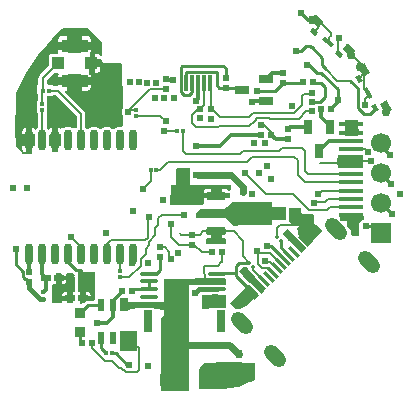
<source format=gbl>
G04 Layer: BottomLayer*
G04 EasyEDA v6.5.22, 2023-01-25 14:37:09*
G04 a2e63df7a23446a2ae1eb019cd18a306,9a4ed40c0dd746429eaf55b84663d2fb,10*
G04 Gerber Generator version 0.2*
G04 Scale: 100 percent, Rotated: No, Reflected: No *
G04 Dimensions in inches *
G04 leading zeros omitted , absolute positions ,3 integer and 6 decimal *
%FSLAX36Y36*%
%MOIN*%

%AMMACRO1*21,1,$1,$2,0,0,$3*%
%AMMACRO2*1,1,$1,$2,$3*1,1,$1,$4,$5*20,1,$1,$2,$3,$4,$5,0*%
%ADD10C,0.0150*%
%ADD11C,0.0070*%
%ADD12C,0.0084*%
%ADD13C,0.0060*%
%ADD14C,0.0080*%
%ADD15C,0.0160*%
%ADD16C,0.0140*%
%ADD17C,0.0120*%
%ADD18C,0.0100*%
%ADD19C,0.0220*%
%ADD20C,0.0244*%
%ADD21C,0.0124*%
%ADD22C,0.0090*%
%ADD23C,0.0083*%
%ADD24C,0.0143*%
%ADD25MACRO1,0.0118X0.0512X0.0000*%
%ADD26MACRO1,0.0118X0.0787X-90.0000*%
%ADD27R,0.0213X0.0223*%
%ADD28MACRO1,0.0213X0.0223X0.0000*%
%ADD29MACRO1,0.0213X0.0223X-90.0000*%
%ADD30MACRO1,0.0213X0.0223X90.0000*%
%ADD31R,0.0128X0.0119*%
%ADD32MACRO1,0.0128X0.0119X0.0000*%
%ADD33MACRO1,0.0128X0.0119X90.0000*%
%ADD34R,0.0128X0.0145*%
%ADD35MACRO1,0.0128X0.0145X0.0000*%
%ADD36MACRO1,0.0128X0.0145X-90.0000*%
%ADD37MACRO1,0.0128X0.0119X-135.0000*%
%ADD38MACRO1,0.0128X0.0119X45.0032*%
%ADD39MACRO1,0.0394X0.0236X-90.0000*%
%ADD40MACRO1,0.0709X0.0276X-90.0000*%
%ADD41O,0.059054999999999996X0.015747999999999998*%
%ADD42MACRO1,0.0118X0.0433X-134.9931*%
%ADD43MACRO1,0.0118X0.0433X-135.0103*%
%ADD44MACRO1,0.0118X0.0433X-134.9966*%
%ADD45MACRO1,0.0119X0.0433X-134.9966*%
%ADD46MACRO1,0.0118X0.0433X-135.0034*%
%ADD47MACRO1,0.0118X0.0433X-135.0000*%
%ADD48MACRO1,0.0119X0.0433X-135.0000*%
%ADD49MACRO1,0.0118X0.0433X-135.0069*%
%ADD50MACRO1,0.0119X0.0433X-134.9932*%
%ADD51MACRO1,0.0492X0.0276X90.0000*%
%ADD52MACRO1,0.0128X0.0119X-90.0000*%
%ADD53MACRO1,0.0213X0.0311X-90.0000*%
%ADD54MACRO1,0.0213X0.0311X90.0000*%
%ADD55R,0.0213X0.0311*%
%ADD56MACRO1,0.0213X0.0311X0.0000*%
%ADD57MACRO1,0.0315X0.0315X0.0000*%
%ADD58MACRO1,0.0866X0.0433X0.0000*%
%ADD59MACRO1,0.0413X0.0394X90.0000*%
%ADD60MACRO1,0.0394X0.0217X90.0000*%
%ADD61MACRO1,0.0492X0.0276X0.0000*%
%ADD62O,0.027559X0.069803*%
%ADD63MACRO1,0.0265X0.062X90.0000*%
%ADD64MACRO1,0.0236X0.0157X-59.9997*%
%ADD65MACRO1,0.0394X0.0138X-60.0004*%
%ADD66MACRO1,0.0374X0.0252X-59.9999*%
%ADD67MACRO1,0.0236X0.0157X-41.9989*%
%ADD68MACRO1,0.0236X0.0157X-42.0006*%
%ADD69MACRO1,0.0394X0.0138X-42.0000*%
%ADD70MACRO1,0.0374X0.0252X-41.9992*%
%ADD71MACRO1,0.0374X0.0252X-42.0003*%
%ADD72MACRO2,0.0472X-0.0139X0.0139X0.0139X-0.0139*%
%ADD73C,0.0295*%
%ADD74R,0.0669X0.0669*%
%ADD75C,0.0669*%
%ADD76C,0.0240*%
%ADD77C,0.0152*%

%LPD*%
G36*
X602060Y378620D02*
G01*
X600960Y378760D01*
X598760Y379400D01*
X595420Y379720D01*
X577420Y379720D01*
X575880Y380000D01*
X574580Y380880D01*
X573720Y382180D01*
X573420Y383720D01*
X573420Y384640D01*
X563900Y384640D01*
X562360Y384920D01*
X561060Y385820D01*
X560200Y387100D01*
X559900Y388640D01*
X559920Y391560D01*
X560220Y393060D01*
X561100Y394360D01*
X562400Y395240D01*
X563920Y395520D01*
X573420Y395520D01*
X573420Y412180D01*
X564080Y412180D01*
X562540Y412480D01*
X561240Y413360D01*
X560380Y414680D01*
X560080Y416220D01*
X560100Y419120D01*
X560420Y420640D01*
X561280Y421920D01*
X562580Y422800D01*
X564100Y423100D01*
X573420Y423100D01*
X573420Y428320D01*
X573720Y429840D01*
X574580Y431120D01*
X575860Y432000D01*
X577380Y432299D01*
X613740Y432640D01*
X615300Y432360D01*
X616600Y431480D01*
X617480Y430180D01*
X617780Y428640D01*
X617780Y423100D01*
X628280Y423100D01*
X629700Y422819D01*
X630940Y422060D01*
X631820Y420920D01*
X632240Y419540D01*
X632580Y416640D01*
X632420Y414960D01*
X631600Y413519D01*
X630240Y412540D01*
X628620Y412180D01*
X617780Y412180D01*
X617780Y395520D01*
X631480Y395520D01*
X632900Y395280D01*
X634140Y394520D01*
X635040Y393360D01*
X635460Y392000D01*
X635800Y389099D01*
X635640Y387400D01*
X634820Y385959D01*
X633460Y384960D01*
X631820Y384640D01*
X617780Y384640D01*
X617780Y382620D01*
X617480Y381079D01*
X616620Y379780D01*
X615320Y378940D01*
X613780Y378620D01*
G37*

%LPD*%
G36*
X-397400Y325180D02*
G01*
X-398940Y325500D01*
X-400240Y326380D01*
X-401100Y327660D01*
X-401400Y329180D01*
X-401400Y345860D01*
X-407340Y345860D01*
X-408880Y346200D01*
X-410160Y347040D01*
X-411040Y348360D01*
X-411340Y349880D01*
X-411340Y381780D01*
X-411040Y383320D01*
X-410160Y384600D01*
X-408880Y385480D01*
X-407340Y385760D01*
X-401400Y385760D01*
X-401400Y408960D01*
X-405120Y407020D01*
X-408240Y404580D01*
X-410660Y401980D01*
X-411940Y401040D01*
X-413480Y400680D01*
X-415060Y400940D01*
X-416380Y401820D01*
X-417280Y403120D01*
X-417600Y404680D01*
X-417600Y408800D01*
X-417879Y409480D01*
X-418860Y410480D01*
X-419739Y411780D01*
X-420040Y413300D01*
X-420040Y451019D01*
X-419880Y452100D01*
X-418860Y454020D01*
X-418100Y456200D01*
X-417819Y458680D01*
X-417819Y472740D01*
X-418180Y476100D01*
X-418160Y477340D01*
X-417819Y480280D01*
X-417819Y494320D01*
X-418100Y496820D01*
X-418860Y498960D01*
X-419880Y500880D01*
X-420040Y502000D01*
X-420040Y509640D01*
X-419739Y511140D01*
X-418860Y512440D01*
X-417560Y513320D01*
X-416040Y513620D01*
X-404480Y513620D01*
X-401980Y513920D01*
X-399840Y514660D01*
X-397860Y515700D01*
X-396760Y515860D01*
X-390980Y515860D01*
X-389460Y515560D01*
X-388160Y514700D01*
X-320780Y447299D01*
X-319900Y446019D01*
X-319600Y444480D01*
X-319600Y409180D01*
X-319900Y407660D01*
X-320780Y406380D01*
X-322060Y405500D01*
X-323600Y405180D01*
X-331900Y405180D01*
X-333200Y405420D01*
X-334360Y406060D01*
X-335600Y407020D01*
X-339080Y408900D01*
X-342819Y410180D01*
X-346719Y410840D01*
X-350680Y410840D01*
X-354600Y410180D01*
X-358340Y408900D01*
X-361820Y407020D01*
X-363060Y406060D01*
X-364219Y405420D01*
X-365520Y405180D01*
X-369200Y405180D01*
X-370620Y404360D01*
X-372200Y403620D01*
X-373940Y403620D01*
X-375520Y404360D01*
X-378900Y407020D01*
X-382620Y408960D01*
X-382620Y385760D01*
X-376680Y385760D01*
X-375160Y385480D01*
X-373860Y384600D01*
X-373000Y383320D01*
X-372680Y381780D01*
X-372680Y349880D01*
X-373000Y348360D01*
X-373860Y347040D01*
X-375160Y346200D01*
X-376680Y345860D01*
X-382620Y345860D01*
X-382620Y329180D01*
X-382920Y327660D01*
X-383800Y326380D01*
X-385100Y325500D01*
X-386620Y325180D01*
G37*

%LPD*%
G36*
X-498880Y319500D02*
G01*
X-500620Y319900D01*
X-502000Y321000D01*
X-522060Y345860D01*
X-522700Y346980D01*
X-522939Y348220D01*
X-524700Y397540D01*
X-522000Y497960D01*
X-521840Y524840D01*
X-521480Y526440D01*
X-520340Y528960D01*
X-510000Y549760D01*
X-498980Y570240D01*
X-487280Y590300D01*
X-474900Y609940D01*
X-461900Y629180D01*
X-448240Y647980D01*
X-433980Y666320D01*
X-419099Y684160D01*
X-403640Y701500D01*
X-387600Y718319D01*
X-371019Y734580D01*
X-368440Y736960D01*
X-367200Y737740D01*
X-365740Y737980D01*
X-283760Y737980D01*
X-282220Y737680D01*
X-280920Y736840D01*
X-237060Y692960D01*
X-236180Y691640D01*
X-235880Y690120D01*
X-235880Y650540D01*
X-236240Y648880D01*
X-237280Y647500D01*
X-238780Y646680D01*
X-240479Y646600D01*
X-242079Y647200D01*
X-243460Y648720D01*
X-245080Y650320D01*
X-247000Y651560D01*
X-249140Y652280D01*
X-251640Y652580D01*
X-258760Y652580D01*
X-258760Y634520D01*
X-239700Y634520D01*
X-238280Y634280D01*
X-237040Y633540D01*
X-236160Y632400D01*
X-235720Y631040D01*
X-235560Y629720D01*
X-234740Y627540D01*
X-233340Y625500D01*
X-232160Y624320D01*
X-230740Y623260D01*
X-228560Y622280D01*
X-225620Y621820D01*
X-172079Y621820D01*
X-170560Y621520D01*
X-169280Y620680D01*
X-168400Y619380D01*
X-168080Y617860D01*
X-166740Y473020D01*
X-167120Y471300D01*
X-168840Y467600D01*
X-169840Y463840D01*
X-170180Y459980D01*
X-169840Y456140D01*
X-168840Y452400D01*
X-166680Y447819D01*
X-166500Y446659D01*
X-166200Y414360D01*
X-166560Y412680D01*
X-167600Y411280D01*
X-169120Y410480D01*
X-170859Y410379D01*
X-173500Y410840D01*
X-177460Y410840D01*
X-181360Y410180D01*
X-185100Y408900D01*
X-188580Y407020D01*
X-191820Y404460D01*
X-193120Y403540D01*
X-194660Y403180D01*
X-199259Y403020D01*
X-200920Y403360D01*
X-205680Y407020D01*
X-209160Y408900D01*
X-212900Y410180D01*
X-216800Y410840D01*
X-220760Y410840D01*
X-224660Y410180D01*
X-228420Y408900D01*
X-231900Y407020D01*
X-235020Y404580D01*
X-236200Y403300D01*
X-237540Y402340D01*
X-239160Y402000D01*
X-241720Y402000D01*
X-243340Y402340D01*
X-244680Y403300D01*
X-245859Y404580D01*
X-248980Y407020D01*
X-252460Y408900D01*
X-256200Y410180D01*
X-260120Y410840D01*
X-264080Y410840D01*
X-267980Y410180D01*
X-271720Y408900D01*
X-275200Y407020D01*
X-277580Y405160D01*
X-278940Y403940D01*
X-279520Y403300D01*
X-280860Y402340D01*
X-282460Y402000D01*
X-284600Y402000D01*
X-286140Y402299D01*
X-288440Y403800D01*
X-289780Y405100D01*
X-290700Y406420D01*
X-291020Y407980D01*
X-291020Y452020D01*
X-291300Y455040D01*
X-292120Y457720D01*
X-293460Y460180D01*
X-295360Y462540D01*
X-356800Y523960D01*
X-357660Y525280D01*
X-357960Y526800D01*
X-357660Y528340D01*
X-356800Y529600D01*
X-355500Y530480D01*
X-353960Y530800D01*
X-351340Y530800D01*
X-351340Y549320D01*
X-380920Y549320D01*
X-381760Y547880D01*
X-383100Y546920D01*
X-384700Y546600D01*
X-396840Y546600D01*
X-398380Y546900D01*
X-399680Y547780D01*
X-402320Y550440D01*
X-403000Y550680D01*
X-414739Y550680D01*
X-416260Y551020D01*
X-417560Y551860D01*
X-418440Y553180D01*
X-418740Y554700D01*
X-418740Y564300D01*
X-418440Y565840D01*
X-417560Y567140D01*
X-395020Y589680D01*
X-393720Y590520D01*
X-392200Y590840D01*
X-384420Y590840D01*
X-382780Y590480D01*
X-381440Y589520D01*
X-380600Y588040D01*
X-380439Y586400D01*
X-380700Y584080D01*
X-380700Y575960D01*
X-351340Y575960D01*
X-351340Y582020D01*
X-351040Y583560D01*
X-350160Y584860D01*
X-348860Y585700D01*
X-347320Y586020D01*
X-307020Y585680D01*
X-305480Y585380D01*
X-304200Y584520D01*
X-303340Y583200D01*
X-303040Y581680D01*
X-303040Y575960D01*
X-284180Y575960D01*
X-282800Y575720D01*
X-281600Y575040D01*
X-280700Y573940D01*
X-280220Y572620D01*
X-280100Y571880D01*
X-279720Y573620D01*
X-278840Y574880D01*
X-277560Y575680D01*
X-276080Y575960D01*
X-273680Y575960D01*
X-273680Y582820D01*
X-275340Y582820D01*
X-276920Y583160D01*
X-278240Y584080D01*
X-279100Y585460D01*
X-279340Y587020D01*
X-275920Y656780D01*
X-275580Y658199D01*
X-274740Y659400D01*
X-273680Y660120D01*
X-273680Y667420D01*
X-303040Y667420D01*
X-303040Y661080D01*
X-303340Y659539D01*
X-304200Y658259D01*
X-305500Y657400D01*
X-307020Y657080D01*
X-347340Y656960D01*
X-348880Y657240D01*
X-350180Y658139D01*
X-351040Y659419D01*
X-351360Y660939D01*
X-351360Y667420D01*
X-380700Y667420D01*
X-380700Y659340D01*
X-380500Y657500D01*
X-380660Y655860D01*
X-381460Y654419D01*
X-382780Y653420D01*
X-384400Y653060D01*
X-403140Y652720D01*
X-405260Y652280D01*
X-407400Y651560D01*
X-409320Y650320D01*
X-410940Y648720D01*
X-412160Y646800D01*
X-412900Y644640D01*
X-413180Y642159D01*
X-413180Y613780D01*
X-413500Y612240D01*
X-414360Y610940D01*
X-443120Y582200D01*
X-445020Y579880D01*
X-446360Y577400D01*
X-447180Y574700D01*
X-447460Y571700D01*
X-447460Y557040D01*
X-447540Y556260D01*
X-450560Y540800D01*
X-450959Y539700D01*
X-452120Y538180D01*
X-452200Y537800D01*
X-452200Y523380D01*
X-450800Y521180D01*
X-450500Y519660D01*
X-450500Y498040D01*
X-450980Y494320D01*
X-450980Y480280D01*
X-450620Y476880D01*
X-450640Y475680D01*
X-450980Y472740D01*
X-450980Y458680D01*
X-450500Y454940D01*
X-450500Y407280D01*
X-450780Y405840D01*
X-451560Y404560D01*
X-454040Y401880D01*
X-455360Y400920D01*
X-456980Y400600D01*
X-458579Y400920D01*
X-459920Y401880D01*
X-462400Y404580D01*
X-465520Y407020D01*
X-469240Y408960D01*
X-469240Y385760D01*
X-463300Y385760D01*
X-461760Y385480D01*
X-460480Y384600D01*
X-459600Y383320D01*
X-459300Y381780D01*
X-459300Y349880D01*
X-459600Y348360D01*
X-460480Y347040D01*
X-461760Y346200D01*
X-463300Y345860D01*
X-469240Y345860D01*
X-469240Y323500D01*
X-469540Y321980D01*
X-470400Y320680D01*
X-471700Y319800D01*
X-473240Y319500D01*
X-484020Y319500D01*
X-485540Y319800D01*
X-486840Y320680D01*
X-487720Y321980D01*
X-488020Y323500D01*
X-488020Y345860D01*
X-502600Y345860D01*
X-502600Y344880D01*
X-502260Y340760D01*
X-501300Y336920D01*
X-499700Y333320D01*
X-497540Y329980D01*
X-494860Y327060D01*
X-494320Y326640D01*
X-493260Y325420D01*
X-492800Y323820D01*
X-493000Y322220D01*
X-493840Y320800D01*
X-495180Y319840D01*
X-496780Y319500D01*
G37*

%LPC*%
G36*
X-502600Y385760D02*
G01*
X-488020Y385760D01*
X-488020Y408960D01*
X-491740Y407020D01*
X-494860Y404580D01*
X-497540Y401659D01*
X-499700Y398360D01*
X-501300Y394720D01*
X-502260Y390880D01*
X-502600Y386800D01*
G37*
G36*
X-303040Y530800D02*
G01*
X-284120Y530800D01*
X-281320Y531100D01*
X-280780Y531060D01*
X-277540Y533020D01*
X-275940Y534660D01*
X-274720Y536580D01*
X-273960Y538740D01*
X-273680Y541220D01*
X-273680Y549320D01*
X-277000Y549320D01*
X-278580Y549660D01*
X-279000Y549940D01*
X-279340Y549700D01*
X-281020Y549320D01*
X-303040Y549320D01*
G37*
G36*
X-258760Y590840D02*
G01*
X-251640Y590840D01*
X-249140Y591100D01*
X-247000Y591860D01*
X-245080Y593100D01*
X-243460Y594700D01*
X-242240Y596640D01*
X-241500Y598760D01*
X-241220Y601260D01*
X-241220Y608880D01*
X-258760Y608880D01*
G37*
G36*
X-380700Y694100D02*
G01*
X-351360Y694100D01*
X-351360Y712600D01*
X-370280Y712600D01*
X-372760Y712340D01*
X-374920Y711580D01*
X-376840Y710360D01*
X-378459Y708760D01*
X-379680Y706840D01*
X-380420Y704680D01*
X-380700Y702200D01*
G37*
G36*
X-303040Y694100D02*
G01*
X-273680Y694100D01*
X-273680Y702200D01*
X-273980Y704680D01*
X-274720Y706840D01*
X-275940Y708760D01*
X-277540Y710360D01*
X-279480Y711580D01*
X-281620Y712340D01*
X-284120Y712600D01*
X-303040Y712600D01*
G37*

%LPD*%
G36*
X-3300Y148140D02*
G01*
X-4880Y148440D01*
X-6200Y149340D01*
X-7060Y150700D01*
X-7320Y152280D01*
X-4760Y213220D01*
X-4420Y214700D01*
X-3560Y215920D01*
X-2300Y216759D01*
X-840Y217060D01*
X9440Y217240D01*
X189440Y217240D01*
X191000Y216920D01*
X192320Y216040D01*
X193180Y214680D01*
X193440Y213100D01*
X192880Y199320D01*
X192460Y197659D01*
X191420Y196380D01*
X189920Y195620D01*
X188240Y195500D01*
X186680Y196119D01*
X185500Y197340D01*
X184060Y199640D01*
X182440Y201260D01*
X180520Y202440D01*
X178380Y203200D01*
X175880Y203500D01*
X163100Y203500D01*
X163100Y189160D01*
X188320Y189160D01*
X189880Y188840D01*
X191200Y187960D01*
X192060Y186600D01*
X192320Y185000D01*
X191920Y174780D01*
X191560Y173320D01*
X190680Y172060D01*
X189420Y171240D01*
X187920Y170940D01*
X163100Y170940D01*
X163100Y169420D01*
X162800Y167880D01*
X161920Y166600D01*
X160600Y165720D01*
X159060Y165440D01*
X131060Y165700D01*
X129540Y166040D01*
X128260Y166880D01*
X127400Y168180D01*
X127100Y169720D01*
X127100Y170940D01*
X103900Y170940D01*
X103900Y167040D01*
X104179Y164560D01*
X104940Y162399D01*
X105760Y160520D01*
X105740Y158960D01*
X105120Y157580D01*
X100280Y150620D01*
X99400Y149700D01*
X98280Y149100D01*
X97020Y148900D01*
G37*

%LPC*%
G36*
X103900Y189160D02*
G01*
X127100Y189160D01*
X127100Y203500D01*
X114320Y203500D01*
X111840Y203200D01*
X109680Y202440D01*
X107760Y201260D01*
X106140Y199640D01*
X104940Y197719D01*
X104179Y195539D01*
X103900Y193060D01*
G37*

%LPD*%
G36*
X202659Y80600D02*
G01*
X201119Y80900D01*
X199820Y81780D01*
X176780Y104840D01*
X176100Y105100D01*
X101460Y105100D01*
X97540Y105180D01*
X86039Y105180D01*
X80580Y105040D01*
X78960Y105320D01*
X77580Y106260D01*
X76700Y107640D01*
X76460Y109280D01*
X77200Y121400D01*
X77580Y122860D01*
X78500Y124100D01*
X91560Y136060D01*
X92800Y136820D01*
X94260Y137080D01*
X173800Y137080D01*
X174480Y137380D01*
X178720Y141640D01*
X179760Y142380D01*
X180980Y142760D01*
X182380Y143060D01*
X197320Y158020D01*
X198619Y158900D01*
X200159Y159180D01*
X314880Y159180D01*
X315960Y159060D01*
X317400Y158520D01*
X327160Y158940D01*
X328740Y158680D01*
X330080Y157820D01*
X331000Y156500D01*
X331320Y154940D01*
X331780Y85640D01*
X331480Y84100D01*
X330620Y82780D01*
X329320Y81900D01*
X327780Y81600D01*
X216400Y81600D01*
X214579Y80760D01*
X213420Y80600D01*
G37*

%LPD*%
G36*
X116199Y18180D02*
G01*
X114660Y18520D01*
X113379Y19360D01*
X112500Y20680D01*
X112200Y22200D01*
X112200Y34520D01*
X112500Y36060D01*
X113379Y37360D01*
X114660Y38200D01*
X116199Y38540D01*
X127100Y38540D01*
X127100Y52820D01*
X116199Y52820D01*
X114660Y53160D01*
X113379Y54000D01*
X112500Y55300D01*
X112200Y56820D01*
X112200Y67060D01*
X112500Y68580D01*
X113379Y69900D01*
X114660Y70740D01*
X116199Y71060D01*
X127100Y71060D01*
X127100Y71800D01*
X127400Y73320D01*
X128240Y74580D01*
X129500Y75480D01*
X131020Y75800D01*
X159020Y76400D01*
X160580Y76100D01*
X161900Y75260D01*
X162800Y73940D01*
X163100Y72400D01*
X163100Y71060D01*
X173900Y71060D01*
X175440Y70740D01*
X176720Y69900D01*
X177600Y68580D01*
X177900Y67060D01*
X177900Y56820D01*
X177600Y55300D01*
X176720Y54000D01*
X175440Y53160D01*
X173900Y52820D01*
X163100Y52820D01*
X163100Y38540D01*
X173900Y38540D01*
X175440Y38200D01*
X176720Y37360D01*
X177600Y36060D01*
X177900Y34520D01*
X177900Y22200D01*
X177600Y20680D01*
X176720Y19360D01*
X175440Y18520D01*
X173900Y18180D01*
G37*

%LPD*%
G36*
X-396540Y-178720D02*
G01*
X-397740Y-178520D01*
X-399400Y-177580D01*
X-400319Y-176700D01*
X-400900Y-175600D01*
X-401120Y-174320D01*
X-401700Y-118320D01*
X-401360Y-116640D01*
X-400379Y-115280D01*
X-398920Y-114460D01*
X-397239Y-114300D01*
X-395060Y-114520D01*
X-390020Y-114520D01*
X-390020Y-101500D01*
X-392900Y-101500D01*
X-394440Y-101220D01*
X-395740Y-100340D01*
X-396599Y-99060D01*
X-396900Y-97520D01*
X-396900Y-89900D01*
X-396599Y-88360D01*
X-395740Y-87040D01*
X-394440Y-86199D01*
X-392900Y-85879D01*
X-390020Y-85879D01*
X-390020Y-80620D01*
X-389720Y-79080D01*
X-388840Y-77780D01*
X-387540Y-76900D01*
X-386019Y-76620D01*
X-373459Y-76620D01*
X-371940Y-76900D01*
X-370640Y-77780D01*
X-369760Y-79080D01*
X-369460Y-80620D01*
X-369460Y-85879D01*
X-353980Y-85879D01*
X-353980Y-83300D01*
X-354240Y-81060D01*
X-354080Y-79380D01*
X-353240Y-77940D01*
X-351900Y-76960D01*
X-350260Y-76620D01*
X-334860Y-76620D01*
X-333519Y-76820D01*
X-332320Y-77520D01*
X-330220Y-79240D01*
X-329240Y-79740D01*
X-328060Y-80719D01*
X-327320Y-82080D01*
X-327160Y-83620D01*
X-327480Y-87400D01*
X-327140Y-91240D01*
X-325600Y-97040D01*
X-325600Y-112240D01*
X-325740Y-113300D01*
X-326440Y-115940D01*
X-326780Y-119820D01*
X-326440Y-123660D01*
X-325740Y-126300D01*
X-325600Y-127360D01*
X-325600Y-137060D01*
X-325900Y-138600D01*
X-326780Y-139900D01*
X-328060Y-140780D01*
X-329600Y-141060D01*
X-332280Y-141060D01*
X-332280Y-154100D01*
X-329600Y-154100D01*
X-328060Y-154380D01*
X-326780Y-155260D01*
X-325900Y-156560D01*
X-325600Y-158100D01*
X-325600Y-165700D01*
X-325900Y-167240D01*
X-326780Y-168560D01*
X-328060Y-169400D01*
X-329600Y-169720D01*
X-332280Y-169720D01*
X-332280Y-174720D01*
X-332580Y-176240D01*
X-333459Y-177540D01*
X-334760Y-178380D01*
X-336280Y-178720D01*
X-348840Y-178720D01*
X-350360Y-178380D01*
X-351659Y-177540D01*
X-352540Y-176240D01*
X-352840Y-174720D01*
X-352840Y-169720D01*
X-368320Y-169720D01*
X-368320Y-172320D01*
X-368100Y-174259D01*
X-368260Y-175900D01*
X-369080Y-177380D01*
X-370439Y-178359D01*
X-372060Y-178720D01*
G37*

%LPC*%
G36*
X-368320Y-154100D02*
G01*
X-352840Y-154100D01*
X-352840Y-141060D01*
X-357879Y-141060D01*
X-360379Y-141360D01*
X-362520Y-142120D01*
X-364460Y-143320D01*
X-366060Y-144920D01*
X-367280Y-146840D01*
X-368040Y-149000D01*
X-368320Y-151480D01*
G37*
G36*
X-369460Y-114520D02*
G01*
X-364420Y-114520D01*
X-361920Y-114260D01*
X-359780Y-113500D01*
X-357840Y-112280D01*
X-356240Y-110680D01*
X-355020Y-108740D01*
X-354260Y-106600D01*
X-353980Y-104120D01*
X-353980Y-101500D01*
X-369460Y-101500D01*
G37*

%LPD*%
G36*
X-305840Y-179120D02*
G01*
X-307400Y-178820D01*
X-308720Y-177979D01*
X-309600Y-176660D01*
X-309920Y-175100D01*
X-309920Y-169720D01*
X-311400Y-169720D01*
X-312940Y-169400D01*
X-314220Y-168560D01*
X-315100Y-167240D01*
X-315400Y-165700D01*
X-315400Y-158100D01*
X-315100Y-156560D01*
X-314220Y-155260D01*
X-312940Y-154380D01*
X-311400Y-154100D01*
X-309920Y-154100D01*
X-309920Y-141060D01*
X-311400Y-141060D01*
X-312940Y-140780D01*
X-314220Y-139900D01*
X-315100Y-138600D01*
X-315400Y-137060D01*
X-315400Y-77260D01*
X-315100Y-75740D01*
X-314240Y-74460D01*
X-312940Y-73580D01*
X-311420Y-73280D01*
X-263460Y-73020D01*
X-261940Y-73320D01*
X-260640Y-74160D01*
X-259760Y-75440D01*
X-259440Y-76960D01*
X-259200Y-91160D01*
X-260060Y-166200D01*
X-260380Y-167719D01*
X-261240Y-168980D01*
X-262540Y-169860D01*
X-264060Y-170140D01*
X-269880Y-170140D01*
X-270820Y-170040D01*
X-271700Y-169720D01*
X-289360Y-169720D01*
X-289740Y-171480D01*
X-290820Y-172860D01*
X-292820Y-174520D01*
X-296140Y-177800D01*
X-297400Y-178680D01*
X-298880Y-178980D01*
G37*

%LPC*%
G36*
X-289360Y-154100D02*
G01*
X-273880Y-154100D01*
X-273880Y-151480D01*
X-274160Y-149000D01*
X-274920Y-146840D01*
X-276140Y-144920D01*
X-277740Y-143320D01*
X-279680Y-142120D01*
X-281820Y-141360D01*
X-284320Y-141060D01*
X-289360Y-141060D01*
G37*

%LPD*%
G36*
X99840Y-465600D02*
G01*
X90540Y-465319D01*
X89019Y-465000D01*
X87739Y-464099D01*
X86920Y-462760D01*
X86660Y-461220D01*
X88660Y-397440D01*
X88940Y-396079D01*
X89660Y-394900D01*
X105120Y-377540D01*
X106460Y-376560D01*
X108080Y-376200D01*
X176240Y-375500D01*
X262160Y-376200D01*
X263020Y-376280D01*
X272600Y-378500D01*
X273840Y-379000D01*
X274820Y-379900D01*
X275480Y-381060D01*
X275700Y-382400D01*
X275700Y-427560D01*
X275400Y-429080D01*
X274520Y-430360D01*
X266600Y-438320D01*
X265620Y-439040D01*
X264460Y-439400D01*
X253060Y-441500D01*
X228020Y-453040D01*
X223039Y-455700D01*
X221840Y-456120D01*
X215560Y-457220D01*
X192560Y-460460D01*
X169460Y-462900D01*
X146280Y-464560D01*
X123080Y-465480D01*
G37*

%LPD*%
G36*
X433200Y90100D02*
G01*
X415600Y74000D01*
X420900Y41600D01*
X449380Y13220D01*
X468100Y30500D01*
X485800Y50100D01*
X499600Y62900D01*
X483000Y80000D01*
X478400Y83800D01*
X471100Y89000D01*
G37*
G36*
X97960Y-148700D02*
G01*
X97800Y-150700D01*
X97960Y-150700D01*
G37*
G36*
X255820Y-116359D02*
G01*
X191439Y-177360D01*
X210240Y-195859D01*
X223939Y-197240D01*
X232340Y-194940D01*
X245420Y-187560D01*
X265120Y-167040D01*
X286960Y-147300D01*
X284720Y-145660D01*
G37*
G36*
X449380Y13220D02*
G01*
X448600Y12500D01*
X450500Y12100D01*
G37*
G36*
X-150300Y-160400D02*
G01*
X-175700Y-160700D01*
X-175700Y-203600D01*
X-170900Y-204100D01*
X-164300Y-203900D01*
X-159700Y-204000D01*
X-152500Y-203600D01*
X-150800Y-203200D01*
X-149800Y-201500D01*
X-117700Y-195200D01*
X-86199Y-193400D01*
X-70500Y-193500D01*
X-55000Y-195799D01*
X-24800Y-201200D01*
X-24000Y-200400D01*
X-24000Y-173299D01*
X-24500Y-172800D01*
X-148800Y-172800D01*
X-149800Y-171800D01*
X-149800Y-160900D01*
G37*
G36*
X-118580Y-268560D02*
G01*
X-119980Y-269960D01*
X-175980Y-269960D01*
X-175580Y-270360D01*
X-175580Y-338180D01*
X-174780Y-337380D01*
X-117880Y-338180D01*
X-118580Y-337460D01*
G37*
G36*
X140100Y-148800D02*
G01*
X118600Y-149900D01*
X97960Y-150700D01*
X97960Y-197900D01*
X97840Y-198000D01*
X98180Y-197920D01*
X113539Y-196800D01*
X129260Y-195200D01*
X144660Y-194300D01*
X149340Y-194100D01*
X153460Y-194200D01*
X162240Y-193700D01*
X179140Y-193700D01*
X179440Y-176540D01*
X179400Y-149100D01*
X160200Y-149200D01*
G37*
G36*
X382400Y69300D02*
G01*
X365400Y53000D01*
X429799Y-11600D01*
X441420Y2340D01*
X443720Y4840D01*
X444620Y5639D01*
X445600Y6200D01*
X388200Y64400D01*
G37*
G36*
X248299Y-56700D02*
G01*
X237600Y-57200D01*
X222300Y-70700D01*
X246600Y-105600D01*
X264700Y-113100D01*
X292400Y-141200D01*
X306100Y-130399D01*
X308500Y-125900D01*
X308600Y-125900D01*
X280200Y-97600D01*
X275100Y-90300D01*
X260400Y-75100D01*
X250100Y-64100D01*
G37*
G36*
X175799Y-95600D02*
G01*
X-28400Y-96800D01*
X-28600Y-104900D01*
X-28180Y-217860D01*
X-38180Y-227860D01*
X-38280Y-227860D01*
X-40180Y-229760D01*
X-40180Y-471860D01*
X-39880Y-472180D01*
X9920Y-472180D01*
X53820Y-471860D01*
X53820Y-116860D01*
X177700Y-116500D01*
X178299Y-105600D01*
X178000Y-96300D01*
G37*
G36*
X14600Y273600D02*
G01*
X11100Y270100D01*
X11100Y214300D01*
X10400Y213600D01*
X57500Y208600D01*
X57500Y271500D01*
X55400Y273600D01*
G37*
G36*
X549800Y314800D02*
G01*
X547900Y293500D01*
X550600Y272400D01*
X614800Y273400D01*
X633600Y273000D01*
X633500Y296100D01*
X634800Y314600D01*
X612700Y314800D01*
G37*
G36*
X590400Y112400D02*
G01*
X580700Y112200D01*
X557900Y112300D01*
X557200Y97500D01*
X580600Y96900D01*
X580560Y79900D01*
X593360Y67100D01*
X593360Y51300D01*
X599040Y45599D01*
X620560Y45599D01*
X621940Y47000D01*
X621940Y54900D01*
X620560Y56300D01*
X620560Y87700D01*
X631260Y98400D01*
X638600Y97899D01*
X637900Y111700D01*
G37*
G36*
X387299Y140200D02*
G01*
X388700Y138800D01*
X388700Y94500D01*
X402299Y80900D01*
X432299Y80900D01*
X434500Y78700D01*
X474400Y78700D01*
X471599Y81500D01*
X471599Y115900D01*
X467299Y120200D01*
X434400Y120200D01*
X428000Y126600D01*
X428000Y139500D01*
G37*
G36*
X322100Y143300D02*
G01*
X325600Y99300D01*
X327100Y100800D01*
X378600Y100800D01*
X378600Y142800D01*
X378100Y143300D01*
G37*
D10*
X-430979Y-162469D02*
G01*
X-443379Y-162469D01*
X-477280Y-128569D01*
X-477280Y-108369D01*
D11*
X-268860Y-311799D02*
G01*
X-268860Y-327937D01*
X-226698Y-370099D01*
X-198198Y-370099D01*
X-198198Y-374900D01*
X-179898Y-393198D01*
X-173599Y-393198D01*
X-165097Y-401700D01*
X-161900Y-401700D01*
X-155600Y-407998D01*
X-118599Y-407998D01*
X-112300Y-401700D01*
X-112300Y-327301D01*
X-116602Y-322998D01*
X-130479Y-322770D01*
D12*
X-144080Y-383369D02*
G01*
X-150879Y-383369D01*
X-190180Y-344070D01*
X-201779Y-344070D01*
D13*
X595599Y252269D02*
G01*
X449979Y252269D01*
X440019Y262229D01*
X440019Y330178D01*
X432201Y337998D01*
X363598Y337998D01*
X355698Y330099D01*
X235487Y330099D01*
X225219Y319830D01*
X-340399Y42899D02*
G01*
X-305399Y7899D01*
X-305399Y-13029D01*
D12*
X551019Y498930D02*
G01*
X551019Y534429D01*
X495419Y590030D01*
X446999Y616599D02*
G01*
X455798Y616599D01*
X482367Y590030D01*
X495419Y590030D01*
D13*
X595599Y334949D02*
G01*
X640649Y334949D01*
X649799Y325799D01*
X659600Y295099D02*
G01*
X610799Y295099D01*
X609799Y296100D01*
X145101Y61948D02*
G01*
X202851Y61948D01*
X234101Y30698D01*
X234101Y-21601D01*
X255579Y-43079D01*
X65219Y50670D02*
G01*
X90569Y50670D01*
X101849Y61950D01*
X145100Y61950D01*
X595599Y197159D02*
G01*
X496858Y197159D01*
X486098Y186399D01*
X595599Y169600D02*
G01*
X518497Y169600D01*
X508198Y159301D01*
X472500Y159301D01*
X470698Y157500D01*
D14*
X242119Y254830D02*
G01*
X310122Y186829D01*
X400019Y186829D01*
X454647Y132201D01*
X515298Y132201D01*
X525136Y142040D01*
X595599Y142040D01*
X-53980Y267029D02*
G01*
X-40679Y267029D01*
X-14380Y294029D01*
X248617Y294029D01*
X265219Y310030D01*
X405717Y310030D01*
X417222Y298728D01*
X417222Y249729D01*
X442241Y224710D01*
X595599Y224710D01*
D13*
X165419Y-8670D02*
G01*
X165419Y-39270D01*
X162719Y-41570D01*
X151819Y-52469D01*
X109020Y-52469D01*
X105919Y-55570D01*
X106620Y-104169D01*
X65219Y16630D02*
G01*
X71120Y16630D01*
X97619Y-8670D01*
X131319Y-8670D01*
X-4859Y86030D02*
G01*
X-4859Y41660D01*
X20240Y16559D01*
X65199Y16559D01*
X486098Y186399D02*
G01*
X496858Y197159D01*
X305522Y-103771D02*
G01*
X269020Y-67267D01*
X269020Y-56520D01*
D15*
X75999Y-143600D02*
G01*
X88528Y-131071D01*
X148690Y-131071D01*
D16*
X-22901Y569839D02*
G01*
X-18060Y565000D01*
X900Y565000D01*
D14*
X-147997Y460000D02*
G01*
X-147997Y463312D01*
X-76581Y534729D01*
X-23930Y534729D01*
X-22899Y535760D01*
D16*
X293559Y383800D02*
G01*
X193699Y383800D01*
X156300Y346399D01*
X77799Y346399D01*
D17*
X-134300Y-43400D02*
G01*
X-132170Y-41269D01*
X-132170Y-13029D01*
D14*
X-6800Y-31900D02*
G01*
X-11298Y-36399D01*
X-11298Y-37699D01*
X-11298Y-6199D01*
X-25938Y8440D01*
X-41099Y8440D01*
D18*
X468639Y558499D02*
G01*
X469939Y557199D01*
X493099Y557199D01*
X508099Y542199D01*
X508099Y510000D01*
X490299Y492199D01*
X464099Y492199D01*
X148689Y-79870D02*
G01*
X150073Y-78487D01*
X210219Y-78487D01*
X-170439Y-138499D02*
G01*
X-200079Y-168139D01*
X-200079Y-184549D01*
D12*
X-136360Y-138499D02*
G01*
X-134898Y-137038D01*
X-136360Y-138499D01*
X-128931Y-131071D01*
X-79648Y-131071D01*
D18*
X279799Y530799D02*
G01*
X341340Y530799D01*
X366700Y556159D01*
D16*
X263400Y493600D02*
G01*
X265100Y495300D01*
X310569Y495300D01*
X366700Y590239D02*
G01*
X330709Y590239D01*
X310569Y570099D01*
D18*
X231829Y532699D02*
G01*
X224570Y539960D01*
X176499Y539960D01*
D13*
X33519Y394729D02*
G01*
X33519Y329929D01*
X43720Y319830D01*
X225219Y319830D01*
D19*
X84120Y247930D02*
G01*
X192820Y247930D01*
X233019Y207730D01*
X233019Y192130D01*
D18*
X-348710Y-13029D02*
G01*
X-348710Y-39690D01*
X-321800Y-66599D01*
X-304400Y-66399D01*
X-305299Y-87400D01*
D16*
X327641Y383800D02*
G01*
X343281Y368159D01*
X386099Y368159D01*
X494857Y470000D02*
G01*
X494857Y442539D01*
X524700Y412698D01*
X524700Y408670D01*
X528940Y470000D02*
G01*
X550999Y492060D01*
X550999Y498899D01*
X386099Y402240D02*
G01*
X392530Y408670D01*
X449902Y408670D01*
X487299Y329929D02*
G01*
X519879Y362509D01*
X595599Y362509D01*
D12*
X693301Y55698D02*
G01*
X670399Y78600D01*
X644799Y78600D01*
D14*
X-175399Y-71089D02*
G01*
X-175479Y-71010D01*
X-175479Y-13031D01*
D17*
X-477300Y-74259D02*
G01*
X-478627Y-72932D01*
X-478627Y-13031D01*
D14*
X347219Y41929D02*
G01*
X347319Y71430D01*
X356819Y80929D01*
X430820Y80929D01*
D11*
X361279Y-48029D02*
G01*
X323919Y-10670D01*
X282719Y-10670D01*
X282719Y-3369D01*
X347349Y-61959D02*
G01*
X325388Y-39999D01*
X311899Y-39999D01*
X307899Y-35999D01*
D12*
X-79650Y-105470D02*
G01*
X-79650Y-131069D01*
X-308440Y-210489D02*
G01*
X-282500Y-184549D01*
X-237480Y-184549D01*
X-220810Y-344099D02*
G01*
X-237480Y-327429D01*
X-237480Y-294789D01*
X-302939Y-311799D02*
G01*
X-308721Y-306019D01*
X-308721Y-273440D01*
X389110Y-20210D02*
G01*
X360619Y8279D01*
X360619Y28479D01*
X732622Y118629D02*
G01*
X695550Y155700D01*
X693299Y155700D01*
X729017Y217631D02*
G01*
X693299Y253348D01*
X693299Y255700D01*
X724619Y315828D02*
G01*
X693299Y347148D01*
X693299Y355700D01*
D20*
X220500Y-347840D02*
G01*
X189130Y-316471D01*
X-3681Y-316471D01*
D21*
X-253299Y-242500D02*
G01*
X-220100Y-242500D01*
X-200079Y-222480D01*
X-200079Y-184549D01*
D12*
X375209Y-34099D02*
G01*
X327308Y13800D01*
X316099Y13800D01*
D22*
X434560Y558499D02*
G01*
X432220Y556161D01*
X366698Y556161D01*
D12*
X-79678Y-79868D02*
G01*
X-55181Y-79868D01*
X-41099Y-65788D01*
X-41099Y-25639D01*
D23*
X-433100Y530199D02*
G01*
X-434400Y528899D01*
X-434400Y487300D01*
X-411480Y530230D02*
G01*
X-383379Y530230D01*
X-305380Y452229D01*
X-305380Y365830D01*
X-383299Y621700D02*
G01*
X-433100Y571898D01*
X-433100Y530198D01*
D24*
X-431000Y-140900D02*
G01*
X-422660Y-132559D01*
X-422660Y-93699D01*
X-422660Y-93699D02*
G01*
X-435320Y-81039D01*
X-435320Y-13029D01*
D23*
X-435321Y365828D02*
G01*
X-434400Y366750D01*
X-434400Y465700D01*
D12*
X255579Y-43079D02*
G01*
X221908Y-43079D01*
X210219Y-54769D01*
X210219Y-54769D02*
G01*
X210219Y-87570D01*
X248199Y-125549D01*
X248199Y-167400D01*
D14*
X105698Y557400D02*
G01*
X105698Y482098D01*
X91700Y468099D01*
X125698Y557400D02*
G01*
X128699Y554398D01*
X128699Y468600D01*
X-100299Y202199D02*
G01*
X-73007Y229492D01*
X-73007Y267300D01*
X-28400Y396500D02*
G01*
X-26599Y394699D01*
X14499Y394699D01*
X-148000Y460000D02*
G01*
X-143189Y464810D01*
X-123901Y464810D01*
X-123900Y445790D02*
G01*
X-40990Y445790D01*
X-22899Y427699D01*
D21*
X449819Y82829D02*
G01*
X456220Y76529D01*
D14*
X295101Y416399D02*
G01*
X302798Y416399D01*
X327640Y391558D01*
X327640Y383800D01*
D16*
X79300Y495700D02*
G01*
X85698Y502098D01*
X85698Y557400D01*
D12*
X411719Y661729D02*
G01*
X428220Y661729D01*
X444619Y678130D01*
X457020Y678130D01*
X460720Y674429D01*
X463620Y674429D01*
X498019Y640030D01*
X498019Y616430D01*
X498019Y616430D02*
G01*
X498019Y614630D01*
X511120Y601529D01*
D13*
X-218789Y-13029D02*
G01*
X-218789Y20210D01*
X-206300Y32699D01*
X-91800Y32699D01*
X-83800Y40700D01*
X-83800Y102199D01*
X-77300Y108699D01*
D14*
X-175380Y-90070D02*
G01*
X-144380Y-90070D01*
X-106977Y-52669D01*
X-106977Y-31370D01*
X-89980Y-14369D01*
X-89980Y4029D01*
X-78882Y15131D01*
X-78882Y27130D01*
X-57280Y48728D01*
X-57280Y72631D01*
X-47979Y81929D01*
X-47979Y105030D01*
X-37008Y115999D01*
X36199Y115999D01*
D13*
X65219Y50670D02*
G01*
X28530Y50670D01*
X24499Y54699D01*
D14*
X273220Y430630D02*
G01*
X254420Y411829D01*
X154719Y411829D01*
X150820Y407930D01*
X78119Y407930D01*
X64020Y421929D01*
X64020Y449130D01*
X83019Y468130D01*
X91719Y468130D01*
X463620Y462029D02*
G01*
X445019Y462029D01*
X419520Y436329D01*
X323720Y436329D01*
X320720Y439329D01*
X281920Y439329D01*
X273220Y430630D01*
X491918Y289580D02*
G01*
X585848Y289580D01*
X595599Y279830D01*
X589598Y285830D01*
X589598Y300498D01*
X128720Y468629D02*
G01*
X129819Y468629D01*
X157219Y443029D01*
X255919Y443029D01*
X268720Y455830D01*
X404420Y455830D01*
X429719Y481129D01*
X429719Y511129D01*
X438220Y519630D01*
X461520Y519630D01*
X464219Y522330D01*
D11*
X333419Y-75869D02*
G01*
X317319Y-59769D01*
X298819Y-59769D01*
X296120Y-59769D01*
X283919Y-47669D01*
X283919Y-3369D01*
X282719Y-3369D01*
D14*
X-22880Y569830D02*
G01*
X-18051Y565000D01*
X900Y565000D01*
X511120Y601529D02*
G01*
X548919Y563730D01*
X592420Y563730D01*
D18*
X592380Y563741D02*
G01*
X618109Y538011D01*
X618109Y473290D01*
X637899Y453499D01*
X659399Y453499D01*
X674601Y468701D01*
X674601Y473825D01*
D14*
X642619Y483629D02*
G01*
X641719Y502930D01*
X650919Y512130D01*
X650919Y523829D01*
X619480Y569295D02*
G01*
X639036Y588850D01*
X639036Y599904D01*
X650929Y523804D02*
G01*
X639036Y535697D01*
X639036Y599904D01*
X553301Y705999D02*
G01*
X550670Y703368D01*
X550670Y652519D01*
X625525Y609146D02*
G01*
X634767Y599904D01*
X639036Y599904D01*
D18*
X483689Y765099D02*
G01*
X451800Y765099D01*
X426201Y790698D01*
X176520Y574029D02*
G01*
X176520Y604329D01*
X168220Y612629D01*
X32719Y612629D01*
X27919Y607829D01*
X27919Y524429D01*
X37919Y514429D01*
X54020Y514429D01*
X65720Y526129D01*
X65720Y557429D01*
X176520Y539929D02*
G01*
X155820Y539929D01*
X147719Y548130D01*
X147719Y594130D01*
X45720Y594130D01*
X45720Y557429D01*
X-477280Y-108369D02*
G01*
X-490277Y-96071D01*
X-493482Y-96071D01*
X-498882Y-90670D01*
X-498882Y-72469D01*
X-522600Y-48751D01*
X-522600Y3099D01*
D14*
X585299Y663490D02*
G01*
X625527Y623263D01*
X625527Y609146D01*
X483720Y765129D02*
G01*
X483720Y738029D01*
X480019Y734830D01*
X472119Y727029D01*
X483720Y765129D02*
G01*
X526319Y722530D01*
X526319Y711729D01*
X522719Y708029D01*
X521719Y699029D01*
X516120Y693530D01*
D25*
G01*
X125698Y557400D03*
G01*
X105698Y557400D03*
G01*
X65698Y557400D03*
G01*
X45698Y557400D03*
G01*
X85698Y557400D03*
D26*
G01*
X595599Y417634D03*
G01*
X595599Y390074D03*
G01*
X595599Y334954D03*
G01*
X595599Y362514D03*
G01*
X595599Y307394D03*
G01*
X595599Y279834D03*
G01*
X595599Y114484D03*
G01*
X595599Y252274D03*
G01*
X595599Y224714D03*
G01*
X595599Y197164D03*
G01*
X595599Y169604D03*
G01*
X595599Y142044D03*
D27*
G01*
X65219Y50670D03*
D28*
G01*
X65219Y16589D03*
D29*
G01*
X-268859Y-311800D03*
G01*
X-302940Y-311800D03*
D30*
G01*
X494879Y470029D03*
G01*
X528960Y470029D03*
D31*
G01*
X-123879Y464839D03*
D32*
G01*
X-123880Y445819D03*
D27*
G01*
X-22880Y535790D03*
D28*
G01*
X-22880Y569870D03*
D33*
G01*
X14510Y394729D03*
G01*
X33530Y394729D03*
D27*
G01*
X176520Y539989D03*
D28*
G01*
X176520Y574070D03*
D27*
G01*
X366719Y590270D03*
D28*
G01*
X366719Y556189D03*
D30*
G01*
X434579Y558530D03*
G01*
X468660Y558530D03*
D33*
G01*
X-73010Y267300D03*
G01*
X-53990Y267300D03*
D27*
G01*
X-477300Y-74259D03*
D28*
G01*
X-477300Y-108340D03*
D34*
G01*
X-431000Y-140900D03*
D35*
G01*
X-430999Y-162496D03*
D36*
G01*
X-411504Y530199D03*
G01*
X-433096Y530199D03*
D31*
G01*
X-175399Y-71089D03*
D32*
G01*
X-175400Y-90109D03*
D37*
G01*
X360624Y28475D03*
G01*
X347175Y41924D03*
D38*
G01*
X255575Y-43075D03*
G01*
X269024Y-56524D03*
D39*
G01*
X-27230Y-434690D03*
G01*
X39699Y-434690D03*
G01*
X106630Y-434690D03*
D40*
G01*
X-81359Y-235879D03*
G01*
X160760Y-235879D03*
D29*
G01*
X-136359Y-138499D03*
G01*
X-170440Y-138499D03*
D41*
G01*
X-79650Y-156669D03*
G01*
X-79650Y-131069D03*
G01*
X-79650Y-105470D03*
G01*
X-79650Y-79870D03*
G01*
X148689Y-156669D03*
G01*
X148689Y-131069D03*
G01*
X148689Y-105470D03*
G01*
X148689Y-79870D03*
D42*
G01*
X425273Y15962D03*
D43*
G01*
X416930Y7617D03*
D44*
G01*
X402999Y-6311D03*
D45*
G01*
X389104Y-20205D03*
D46*
G01*
X375209Y-34101D03*
D47*
G01*
X361280Y-48030D03*
D46*
G01*
X347349Y-61961D03*
D47*
G01*
X333420Y-75889D03*
G01*
X319490Y-89820D03*
G01*
X305560Y-103750D03*
D48*
G01*
X291665Y-117645D03*
D49*
G01*
X283287Y-126024D03*
D47*
G01*
X439203Y29892D03*
D46*
G01*
X447547Y38236D03*
D49*
G01*
X269427Y-139883D03*
D50*
G01*
X261047Y-148262D03*
D30*
G01*
X131359Y-8700D03*
G01*
X165440Y-8700D03*
D51*
G01*
X449899Y408669D03*
G01*
X524699Y408669D03*
G01*
X487299Y329929D03*
D27*
G01*
X386099Y402240D03*
D28*
G01*
X386099Y368159D03*
D29*
G01*
X327640Y383799D03*
G01*
X293559Y383799D03*
D52*
G01*
X-201790Y-344099D03*
G01*
X-220810Y-344099D03*
D53*
G01*
X84158Y247899D03*
G01*
X41241Y247899D03*
D54*
G01*
X361741Y122100D03*
G01*
X404659Y122100D03*
D55*
G01*
X220500Y-347840D03*
D56*
G01*
X220500Y-390758D03*
D57*
G01*
X-308443Y-210490D03*
G01*
X-308719Y-273443D03*
D58*
G01*
X-327195Y562644D03*
D59*
G01*
X-271099Y621700D03*
D58*
G01*
X-327197Y680755D03*
D59*
G01*
X-383301Y621700D03*
D60*
G01*
X-162677Y-184551D03*
G01*
X-200077Y-184551D03*
G01*
X-237476Y-184551D03*
G01*
X-237476Y-294791D03*
G01*
X-200077Y-294791D03*
G01*
X-162677Y-294791D03*
D27*
G01*
X-41099Y8440D03*
D28*
G01*
X-41100Y-25640D03*
D61*
G01*
X310569Y570099D03*
G01*
X310569Y495300D03*
G01*
X231829Y532700D03*
D34*
G01*
X-434400Y487300D03*
D35*
G01*
X-434400Y465704D03*
D54*
G01*
X-422659Y-93700D03*
G01*
X-379741Y-93700D03*
D62*
G01*
X-132170Y-13029D03*
G01*
X-175479Y-13029D03*
G01*
X-218789Y-13029D03*
G01*
X-262089Y-13029D03*
G01*
X-305399Y-13029D03*
G01*
X-348710Y-13029D03*
G01*
X-392010Y-13029D03*
G01*
X-435320Y-13029D03*
G01*
X-478630Y-13029D03*
G01*
X-478630Y365830D03*
G01*
X-435320Y365830D03*
G01*
X-392010Y365830D03*
G01*
X-348710Y365830D03*
G01*
X-305399Y365830D03*
G01*
X-262089Y365830D03*
G01*
X-218789Y365830D03*
G01*
X-175479Y365830D03*
G01*
X-132170Y365830D03*
D63*
G01*
X145101Y61949D03*
G01*
X145101Y180059D03*
G36*
X288389Y158395D02*
G01*
X215389Y158395D01*
X213636Y158353D01*
X211887Y158229D01*
X210145Y158024D01*
X208415Y157739D01*
X206701Y157370D01*
X205006Y156923D01*
X203333Y156397D01*
X201687Y155794D01*
X200070Y155113D01*
X198487Y154358D01*
X196943Y153528D01*
X195437Y152627D01*
X193976Y151657D01*
X192563Y150621D01*
X191199Y149519D01*
X189889Y148353D01*
X188634Y147127D01*
X187438Y145844D01*
X186305Y144508D01*
X185235Y143119D01*
X184230Y141680D01*
X183296Y140198D01*
X182430Y138672D01*
X181638Y137107D01*
X180919Y133985D01*
X114095Y133985D01*
X114095Y108002D01*
X180919Y108002D01*
X181638Y104877D01*
X182430Y103314D01*
X183296Y101788D01*
X184230Y100304D01*
X185235Y98867D01*
X186305Y97478D01*
X187438Y96140D01*
X188634Y94857D01*
X189889Y93632D01*
X191199Y92467D01*
X192563Y91365D01*
X193976Y90327D01*
X195437Y89358D01*
X196943Y88456D01*
X198487Y87627D01*
X200070Y86873D01*
X201687Y86192D01*
X203333Y85587D01*
X205006Y85061D01*
X206701Y84614D01*
X208415Y84247D01*
X210145Y83960D01*
X211887Y83755D01*
X213636Y83632D01*
X215389Y83591D01*
X288389Y83591D01*
X290142Y83632D01*
X291891Y83755D01*
X293634Y83960D01*
X295363Y84247D01*
X297079Y84614D01*
X298774Y85061D01*
X300446Y85587D01*
X302092Y86192D01*
X303708Y86873D01*
X305291Y87627D01*
X306836Y88456D01*
X308342Y89358D01*
X309803Y90327D01*
X311216Y91365D01*
X312579Y92467D01*
X313891Y93632D01*
X315145Y94857D01*
X316341Y96140D01*
X317474Y97478D01*
X318544Y98867D01*
X319548Y100304D01*
X320483Y101788D01*
X321349Y103314D01*
X322142Y104877D01*
X322860Y106478D01*
X323503Y108108D01*
X324067Y109769D01*
X324555Y111453D01*
X324961Y113159D01*
X325289Y114881D01*
X325534Y116619D01*
X325698Y118364D01*
X325780Y120115D01*
X325780Y121869D01*
X325698Y123620D01*
X325534Y125367D01*
X325289Y127103D01*
X324961Y128825D01*
X324555Y130531D01*
X324067Y132217D01*
X323503Y133876D01*
X322860Y135507D01*
X322142Y137107D01*
X321349Y138672D01*
X320483Y140198D01*
X319548Y141680D01*
X318544Y143119D01*
X317474Y144508D01*
X316341Y145844D01*
X315145Y147127D01*
X313891Y148353D01*
X312579Y149519D01*
X311216Y150621D01*
X309803Y151657D01*
X308342Y152627D01*
X306836Y153528D01*
X305291Y154358D01*
X303708Y155113D01*
X302092Y155794D01*
X300446Y156397D01*
X298774Y156923D01*
X297079Y157370D01*
X295363Y157739D01*
X293634Y158024D01*
X291891Y158229D01*
X290142Y158353D01*
X288389Y158395D01*
G37*
D53*
G01*
X-299641Y-161900D03*
G01*
X-342559Y-161900D03*
D64*
G01*
X619482Y569293D03*
G01*
X674600Y473825D03*
D65*
G01*
X650927Y523804D03*
D66*
G01*
X710890Y475457D03*
G01*
X639040Y599905D03*
D67*
G01*
X472160Y727028D03*
D68*
G01*
X554081Y653266D03*
D69*
G01*
X516124Y693482D03*
D70*
G01*
X588092Y666031D03*
D71*
G01*
X481301Y762185D03*
D72*
G01*
X542790Y69410D03*
G01*
X654140Y-41950D03*
G01*
X229879Y-243490D03*
G01*
X341240Y-354850D03*
D73*
G01*
X712139Y459130D03*
G01*
X625529Y609149D03*
G01*
X594319Y650889D03*
G01*
X465599Y766799D03*
D74*
G01*
X693299Y55700D03*
D75*
G01*
X693299Y155700D03*
G01*
X693299Y255700D03*
G01*
X693299Y355700D03*
D76*
G01*
X-113400Y557800D03*
G01*
X260509Y-93229D03*
G01*
X239979Y-71359D03*
G01*
X395000Y40500D03*
G01*
X163400Y-180500D03*
G01*
X129600Y-182400D03*
G01*
X-131279Y-291269D03*
G01*
X-130479Y-322770D03*
G01*
X644799Y78600D03*
G01*
X732619Y118629D03*
G01*
X729020Y217629D03*
G01*
X724619Y315830D03*
G01*
X327399Y234600D03*
G01*
X313400Y279299D03*
G01*
X-148000Y460000D03*
G01*
X-83299Y-387400D03*
G01*
X-133100Y129800D03*
G01*
X411700Y661700D03*
G01*
X-28400Y396500D03*
G01*
X-142300Y557699D03*
G01*
X-84099Y557500D03*
G01*
X-54099Y557500D03*
G01*
X153400Y-433099D03*
G01*
X185999Y-427100D03*
G01*
X248199Y-167400D03*
G01*
X-253299Y-242500D03*
G01*
X307899Y-35999D03*
G01*
X282699Y-3400D03*
G01*
X316099Y13800D03*
G01*
X77799Y346399D03*
G01*
X426199Y790700D03*
G01*
X642600Y483600D03*
G01*
X-144099Y-383400D03*
G01*
X550999Y498899D03*
G01*
X288099Y255900D03*
G01*
X-399300Y428200D03*
G01*
X-399300Y460199D03*
G01*
X-399300Y492199D03*
G01*
X-474099Y423699D03*
G01*
X-474099Y455700D03*
G01*
X-474099Y487699D03*
G01*
X-474099Y519699D03*
G01*
X-474099Y551700D03*
G01*
X-465600Y585000D03*
G01*
X-443299Y610099D03*
G01*
X-393400Y565700D03*
G01*
X-432300Y640300D03*
G01*
X-410299Y669000D03*
G01*
X-326999Y520399D03*
G01*
X-305000Y499899D03*
G01*
X-284300Y478499D03*
G01*
X-273800Y451500D03*
G01*
X-274300Y423499D03*
G01*
X219719Y-178989D03*
G01*
X-486000Y207399D03*
G01*
X-530699Y207399D03*
G01*
X-134300Y-43400D03*
G01*
X75999Y-143600D03*
G01*
X-364099Y-128299D03*
G01*
X-379099Y-159200D03*
G01*
X-337799Y-101300D03*
G01*
X-304600Y-119800D03*
G01*
X-305299Y-87400D03*
G01*
X-273400Y-104400D03*
G01*
X-83699Y-44699D03*
G01*
X486099Y186399D03*
G01*
X470699Y157500D03*
G01*
X36199Y115999D03*
G01*
X18000Y196399D03*
G01*
X49099Y196399D03*
G01*
X79399Y195999D03*
G01*
X19399Y166399D03*
G01*
X50199Y166199D03*
G01*
X80799Y166999D03*
G01*
X609600Y393899D03*
G01*
X91700Y468099D03*
G01*
X128699Y468600D03*
G01*
X129200Y437100D03*
G01*
X91899Y437699D03*
G01*
X464200Y522300D03*
G01*
X463599Y461999D03*
G01*
X464099Y492199D03*
G01*
X-100299Y202199D03*
G01*
X-22899Y427699D03*
G01*
X242100Y254800D03*
G01*
X295100Y416399D03*
G01*
X-77300Y108699D03*
G01*
X270999Y355399D03*
G01*
X309399Y355199D03*
G01*
X18499Y-9299D03*
G01*
X265299Y185500D03*
G01*
X-6800Y-31900D03*
G01*
X233000Y192100D03*
G01*
X-60299Y505599D03*
G01*
X-28100Y505599D03*
G01*
X4300Y505700D03*
G01*
X456220Y76529D03*
G01*
X79300Y495700D03*
G01*
X263400Y493600D03*
G01*
X279799Y530799D03*
G01*
X609499Y67199D03*
G01*
X-223800Y56599D03*
G01*
X900Y565000D03*
G01*
X-4859Y86030D03*
G01*
X195000Y116500D03*
G01*
X163599Y117899D03*
G01*
X129300Y117899D03*
G01*
X-340399Y42899D03*
G01*
X-30600Y167500D03*
G01*
X659600Y295099D03*
G01*
X649799Y325799D03*
G01*
X446999Y616599D03*
G01*
X398199Y480799D03*
G01*
X758499Y187500D03*
G01*
X553299Y705999D03*
G01*
X-522600Y3099D03*
M02*

</source>
